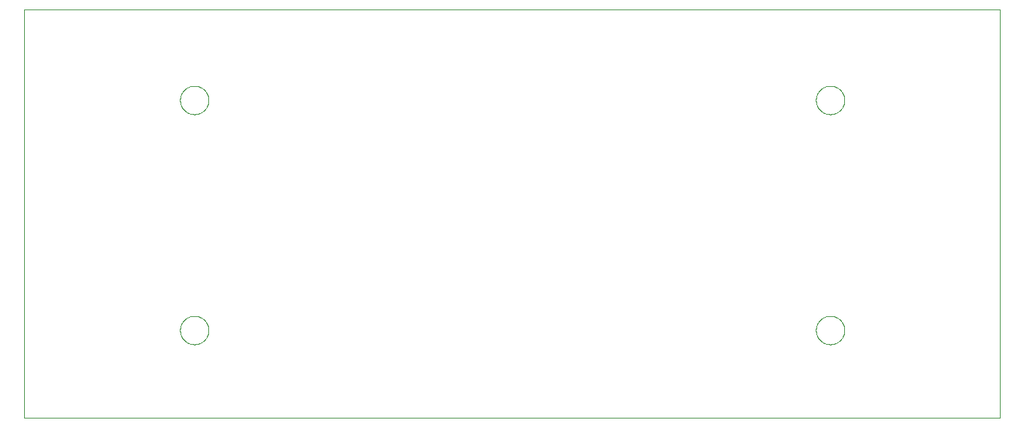
<source format=gtp>
G75*
%MOIN*%
%OFA0B0*%
%FSLAX25Y25*%
%IPPOS*%
%LPD*%
%AMOC8*
5,1,8,0,0,1.08239X$1,22.5*
%
%ADD10C,0.00000*%
D10*
X0001800Y0001800D02*
X0001800Y0188001D01*
X0446721Y0188001D01*
X0446721Y0001800D01*
X0001800Y0001800D01*
X0072800Y0041800D02*
X0072802Y0041961D01*
X0072808Y0042121D01*
X0072818Y0042282D01*
X0072832Y0042442D01*
X0072850Y0042602D01*
X0072871Y0042761D01*
X0072897Y0042920D01*
X0072927Y0043078D01*
X0072960Y0043235D01*
X0072998Y0043392D01*
X0073039Y0043547D01*
X0073084Y0043701D01*
X0073133Y0043854D01*
X0073186Y0044006D01*
X0073242Y0044157D01*
X0073303Y0044306D01*
X0073366Y0044454D01*
X0073434Y0044600D01*
X0073505Y0044744D01*
X0073579Y0044886D01*
X0073657Y0045027D01*
X0073739Y0045165D01*
X0073824Y0045302D01*
X0073912Y0045436D01*
X0074004Y0045568D01*
X0074099Y0045698D01*
X0074197Y0045826D01*
X0074298Y0045951D01*
X0074402Y0046073D01*
X0074509Y0046193D01*
X0074619Y0046310D01*
X0074732Y0046425D01*
X0074848Y0046536D01*
X0074967Y0046645D01*
X0075088Y0046750D01*
X0075212Y0046853D01*
X0075338Y0046953D01*
X0075466Y0047049D01*
X0075597Y0047142D01*
X0075731Y0047232D01*
X0075866Y0047319D01*
X0076004Y0047402D01*
X0076143Y0047482D01*
X0076285Y0047558D01*
X0076428Y0047631D01*
X0076573Y0047700D01*
X0076720Y0047766D01*
X0076868Y0047828D01*
X0077018Y0047886D01*
X0077169Y0047941D01*
X0077322Y0047992D01*
X0077476Y0048039D01*
X0077631Y0048082D01*
X0077787Y0048121D01*
X0077943Y0048157D01*
X0078101Y0048188D01*
X0078259Y0048216D01*
X0078418Y0048240D01*
X0078578Y0048260D01*
X0078738Y0048276D01*
X0078898Y0048288D01*
X0079059Y0048296D01*
X0079220Y0048300D01*
X0079380Y0048300D01*
X0079541Y0048296D01*
X0079702Y0048288D01*
X0079862Y0048276D01*
X0080022Y0048260D01*
X0080182Y0048240D01*
X0080341Y0048216D01*
X0080499Y0048188D01*
X0080657Y0048157D01*
X0080813Y0048121D01*
X0080969Y0048082D01*
X0081124Y0048039D01*
X0081278Y0047992D01*
X0081431Y0047941D01*
X0081582Y0047886D01*
X0081732Y0047828D01*
X0081880Y0047766D01*
X0082027Y0047700D01*
X0082172Y0047631D01*
X0082315Y0047558D01*
X0082457Y0047482D01*
X0082596Y0047402D01*
X0082734Y0047319D01*
X0082869Y0047232D01*
X0083003Y0047142D01*
X0083134Y0047049D01*
X0083262Y0046953D01*
X0083388Y0046853D01*
X0083512Y0046750D01*
X0083633Y0046645D01*
X0083752Y0046536D01*
X0083868Y0046425D01*
X0083981Y0046310D01*
X0084091Y0046193D01*
X0084198Y0046073D01*
X0084302Y0045951D01*
X0084403Y0045826D01*
X0084501Y0045698D01*
X0084596Y0045568D01*
X0084688Y0045436D01*
X0084776Y0045302D01*
X0084861Y0045165D01*
X0084943Y0045027D01*
X0085021Y0044886D01*
X0085095Y0044744D01*
X0085166Y0044600D01*
X0085234Y0044454D01*
X0085297Y0044306D01*
X0085358Y0044157D01*
X0085414Y0044006D01*
X0085467Y0043854D01*
X0085516Y0043701D01*
X0085561Y0043547D01*
X0085602Y0043392D01*
X0085640Y0043235D01*
X0085673Y0043078D01*
X0085703Y0042920D01*
X0085729Y0042761D01*
X0085750Y0042602D01*
X0085768Y0042442D01*
X0085782Y0042282D01*
X0085792Y0042121D01*
X0085798Y0041961D01*
X0085800Y0041800D01*
X0085798Y0041639D01*
X0085792Y0041479D01*
X0085782Y0041318D01*
X0085768Y0041158D01*
X0085750Y0040998D01*
X0085729Y0040839D01*
X0085703Y0040680D01*
X0085673Y0040522D01*
X0085640Y0040365D01*
X0085602Y0040208D01*
X0085561Y0040053D01*
X0085516Y0039899D01*
X0085467Y0039746D01*
X0085414Y0039594D01*
X0085358Y0039443D01*
X0085297Y0039294D01*
X0085234Y0039146D01*
X0085166Y0039000D01*
X0085095Y0038856D01*
X0085021Y0038714D01*
X0084943Y0038573D01*
X0084861Y0038435D01*
X0084776Y0038298D01*
X0084688Y0038164D01*
X0084596Y0038032D01*
X0084501Y0037902D01*
X0084403Y0037774D01*
X0084302Y0037649D01*
X0084198Y0037527D01*
X0084091Y0037407D01*
X0083981Y0037290D01*
X0083868Y0037175D01*
X0083752Y0037064D01*
X0083633Y0036955D01*
X0083512Y0036850D01*
X0083388Y0036747D01*
X0083262Y0036647D01*
X0083134Y0036551D01*
X0083003Y0036458D01*
X0082869Y0036368D01*
X0082734Y0036281D01*
X0082596Y0036198D01*
X0082457Y0036118D01*
X0082315Y0036042D01*
X0082172Y0035969D01*
X0082027Y0035900D01*
X0081880Y0035834D01*
X0081732Y0035772D01*
X0081582Y0035714D01*
X0081431Y0035659D01*
X0081278Y0035608D01*
X0081124Y0035561D01*
X0080969Y0035518D01*
X0080813Y0035479D01*
X0080657Y0035443D01*
X0080499Y0035412D01*
X0080341Y0035384D01*
X0080182Y0035360D01*
X0080022Y0035340D01*
X0079862Y0035324D01*
X0079702Y0035312D01*
X0079541Y0035304D01*
X0079380Y0035300D01*
X0079220Y0035300D01*
X0079059Y0035304D01*
X0078898Y0035312D01*
X0078738Y0035324D01*
X0078578Y0035340D01*
X0078418Y0035360D01*
X0078259Y0035384D01*
X0078101Y0035412D01*
X0077943Y0035443D01*
X0077787Y0035479D01*
X0077631Y0035518D01*
X0077476Y0035561D01*
X0077322Y0035608D01*
X0077169Y0035659D01*
X0077018Y0035714D01*
X0076868Y0035772D01*
X0076720Y0035834D01*
X0076573Y0035900D01*
X0076428Y0035969D01*
X0076285Y0036042D01*
X0076143Y0036118D01*
X0076004Y0036198D01*
X0075866Y0036281D01*
X0075731Y0036368D01*
X0075597Y0036458D01*
X0075466Y0036551D01*
X0075338Y0036647D01*
X0075212Y0036747D01*
X0075088Y0036850D01*
X0074967Y0036955D01*
X0074848Y0037064D01*
X0074732Y0037175D01*
X0074619Y0037290D01*
X0074509Y0037407D01*
X0074402Y0037527D01*
X0074298Y0037649D01*
X0074197Y0037774D01*
X0074099Y0037902D01*
X0074004Y0038032D01*
X0073912Y0038164D01*
X0073824Y0038298D01*
X0073739Y0038435D01*
X0073657Y0038573D01*
X0073579Y0038714D01*
X0073505Y0038856D01*
X0073434Y0039000D01*
X0073366Y0039146D01*
X0073303Y0039294D01*
X0073242Y0039443D01*
X0073186Y0039594D01*
X0073133Y0039746D01*
X0073084Y0039899D01*
X0073039Y0040053D01*
X0072998Y0040208D01*
X0072960Y0040365D01*
X0072927Y0040522D01*
X0072897Y0040680D01*
X0072871Y0040839D01*
X0072850Y0040998D01*
X0072832Y0041158D01*
X0072818Y0041318D01*
X0072808Y0041479D01*
X0072802Y0041639D01*
X0072800Y0041800D01*
X0072800Y0146800D02*
X0072802Y0146961D01*
X0072808Y0147121D01*
X0072818Y0147282D01*
X0072832Y0147442D01*
X0072850Y0147602D01*
X0072871Y0147761D01*
X0072897Y0147920D01*
X0072927Y0148078D01*
X0072960Y0148235D01*
X0072998Y0148392D01*
X0073039Y0148547D01*
X0073084Y0148701D01*
X0073133Y0148854D01*
X0073186Y0149006D01*
X0073242Y0149157D01*
X0073303Y0149306D01*
X0073366Y0149454D01*
X0073434Y0149600D01*
X0073505Y0149744D01*
X0073579Y0149886D01*
X0073657Y0150027D01*
X0073739Y0150165D01*
X0073824Y0150302D01*
X0073912Y0150436D01*
X0074004Y0150568D01*
X0074099Y0150698D01*
X0074197Y0150826D01*
X0074298Y0150951D01*
X0074402Y0151073D01*
X0074509Y0151193D01*
X0074619Y0151310D01*
X0074732Y0151425D01*
X0074848Y0151536D01*
X0074967Y0151645D01*
X0075088Y0151750D01*
X0075212Y0151853D01*
X0075338Y0151953D01*
X0075466Y0152049D01*
X0075597Y0152142D01*
X0075731Y0152232D01*
X0075866Y0152319D01*
X0076004Y0152402D01*
X0076143Y0152482D01*
X0076285Y0152558D01*
X0076428Y0152631D01*
X0076573Y0152700D01*
X0076720Y0152766D01*
X0076868Y0152828D01*
X0077018Y0152886D01*
X0077169Y0152941D01*
X0077322Y0152992D01*
X0077476Y0153039D01*
X0077631Y0153082D01*
X0077787Y0153121D01*
X0077943Y0153157D01*
X0078101Y0153188D01*
X0078259Y0153216D01*
X0078418Y0153240D01*
X0078578Y0153260D01*
X0078738Y0153276D01*
X0078898Y0153288D01*
X0079059Y0153296D01*
X0079220Y0153300D01*
X0079380Y0153300D01*
X0079541Y0153296D01*
X0079702Y0153288D01*
X0079862Y0153276D01*
X0080022Y0153260D01*
X0080182Y0153240D01*
X0080341Y0153216D01*
X0080499Y0153188D01*
X0080657Y0153157D01*
X0080813Y0153121D01*
X0080969Y0153082D01*
X0081124Y0153039D01*
X0081278Y0152992D01*
X0081431Y0152941D01*
X0081582Y0152886D01*
X0081732Y0152828D01*
X0081880Y0152766D01*
X0082027Y0152700D01*
X0082172Y0152631D01*
X0082315Y0152558D01*
X0082457Y0152482D01*
X0082596Y0152402D01*
X0082734Y0152319D01*
X0082869Y0152232D01*
X0083003Y0152142D01*
X0083134Y0152049D01*
X0083262Y0151953D01*
X0083388Y0151853D01*
X0083512Y0151750D01*
X0083633Y0151645D01*
X0083752Y0151536D01*
X0083868Y0151425D01*
X0083981Y0151310D01*
X0084091Y0151193D01*
X0084198Y0151073D01*
X0084302Y0150951D01*
X0084403Y0150826D01*
X0084501Y0150698D01*
X0084596Y0150568D01*
X0084688Y0150436D01*
X0084776Y0150302D01*
X0084861Y0150165D01*
X0084943Y0150027D01*
X0085021Y0149886D01*
X0085095Y0149744D01*
X0085166Y0149600D01*
X0085234Y0149454D01*
X0085297Y0149306D01*
X0085358Y0149157D01*
X0085414Y0149006D01*
X0085467Y0148854D01*
X0085516Y0148701D01*
X0085561Y0148547D01*
X0085602Y0148392D01*
X0085640Y0148235D01*
X0085673Y0148078D01*
X0085703Y0147920D01*
X0085729Y0147761D01*
X0085750Y0147602D01*
X0085768Y0147442D01*
X0085782Y0147282D01*
X0085792Y0147121D01*
X0085798Y0146961D01*
X0085800Y0146800D01*
X0085798Y0146639D01*
X0085792Y0146479D01*
X0085782Y0146318D01*
X0085768Y0146158D01*
X0085750Y0145998D01*
X0085729Y0145839D01*
X0085703Y0145680D01*
X0085673Y0145522D01*
X0085640Y0145365D01*
X0085602Y0145208D01*
X0085561Y0145053D01*
X0085516Y0144899D01*
X0085467Y0144746D01*
X0085414Y0144594D01*
X0085358Y0144443D01*
X0085297Y0144294D01*
X0085234Y0144146D01*
X0085166Y0144000D01*
X0085095Y0143856D01*
X0085021Y0143714D01*
X0084943Y0143573D01*
X0084861Y0143435D01*
X0084776Y0143298D01*
X0084688Y0143164D01*
X0084596Y0143032D01*
X0084501Y0142902D01*
X0084403Y0142774D01*
X0084302Y0142649D01*
X0084198Y0142527D01*
X0084091Y0142407D01*
X0083981Y0142290D01*
X0083868Y0142175D01*
X0083752Y0142064D01*
X0083633Y0141955D01*
X0083512Y0141850D01*
X0083388Y0141747D01*
X0083262Y0141647D01*
X0083134Y0141551D01*
X0083003Y0141458D01*
X0082869Y0141368D01*
X0082734Y0141281D01*
X0082596Y0141198D01*
X0082457Y0141118D01*
X0082315Y0141042D01*
X0082172Y0140969D01*
X0082027Y0140900D01*
X0081880Y0140834D01*
X0081732Y0140772D01*
X0081582Y0140714D01*
X0081431Y0140659D01*
X0081278Y0140608D01*
X0081124Y0140561D01*
X0080969Y0140518D01*
X0080813Y0140479D01*
X0080657Y0140443D01*
X0080499Y0140412D01*
X0080341Y0140384D01*
X0080182Y0140360D01*
X0080022Y0140340D01*
X0079862Y0140324D01*
X0079702Y0140312D01*
X0079541Y0140304D01*
X0079380Y0140300D01*
X0079220Y0140300D01*
X0079059Y0140304D01*
X0078898Y0140312D01*
X0078738Y0140324D01*
X0078578Y0140340D01*
X0078418Y0140360D01*
X0078259Y0140384D01*
X0078101Y0140412D01*
X0077943Y0140443D01*
X0077787Y0140479D01*
X0077631Y0140518D01*
X0077476Y0140561D01*
X0077322Y0140608D01*
X0077169Y0140659D01*
X0077018Y0140714D01*
X0076868Y0140772D01*
X0076720Y0140834D01*
X0076573Y0140900D01*
X0076428Y0140969D01*
X0076285Y0141042D01*
X0076143Y0141118D01*
X0076004Y0141198D01*
X0075866Y0141281D01*
X0075731Y0141368D01*
X0075597Y0141458D01*
X0075466Y0141551D01*
X0075338Y0141647D01*
X0075212Y0141747D01*
X0075088Y0141850D01*
X0074967Y0141955D01*
X0074848Y0142064D01*
X0074732Y0142175D01*
X0074619Y0142290D01*
X0074509Y0142407D01*
X0074402Y0142527D01*
X0074298Y0142649D01*
X0074197Y0142774D01*
X0074099Y0142902D01*
X0074004Y0143032D01*
X0073912Y0143164D01*
X0073824Y0143298D01*
X0073739Y0143435D01*
X0073657Y0143573D01*
X0073579Y0143714D01*
X0073505Y0143856D01*
X0073434Y0144000D01*
X0073366Y0144146D01*
X0073303Y0144294D01*
X0073242Y0144443D01*
X0073186Y0144594D01*
X0073133Y0144746D01*
X0073084Y0144899D01*
X0073039Y0145053D01*
X0072998Y0145208D01*
X0072960Y0145365D01*
X0072927Y0145522D01*
X0072897Y0145680D01*
X0072871Y0145839D01*
X0072850Y0145998D01*
X0072832Y0146158D01*
X0072818Y0146318D01*
X0072808Y0146479D01*
X0072802Y0146639D01*
X0072800Y0146800D01*
X0362800Y0146800D02*
X0362802Y0146961D01*
X0362808Y0147121D01*
X0362818Y0147282D01*
X0362832Y0147442D01*
X0362850Y0147602D01*
X0362871Y0147761D01*
X0362897Y0147920D01*
X0362927Y0148078D01*
X0362960Y0148235D01*
X0362998Y0148392D01*
X0363039Y0148547D01*
X0363084Y0148701D01*
X0363133Y0148854D01*
X0363186Y0149006D01*
X0363242Y0149157D01*
X0363303Y0149306D01*
X0363366Y0149454D01*
X0363434Y0149600D01*
X0363505Y0149744D01*
X0363579Y0149886D01*
X0363657Y0150027D01*
X0363739Y0150165D01*
X0363824Y0150302D01*
X0363912Y0150436D01*
X0364004Y0150568D01*
X0364099Y0150698D01*
X0364197Y0150826D01*
X0364298Y0150951D01*
X0364402Y0151073D01*
X0364509Y0151193D01*
X0364619Y0151310D01*
X0364732Y0151425D01*
X0364848Y0151536D01*
X0364967Y0151645D01*
X0365088Y0151750D01*
X0365212Y0151853D01*
X0365338Y0151953D01*
X0365466Y0152049D01*
X0365597Y0152142D01*
X0365731Y0152232D01*
X0365866Y0152319D01*
X0366004Y0152402D01*
X0366143Y0152482D01*
X0366285Y0152558D01*
X0366428Y0152631D01*
X0366573Y0152700D01*
X0366720Y0152766D01*
X0366868Y0152828D01*
X0367018Y0152886D01*
X0367169Y0152941D01*
X0367322Y0152992D01*
X0367476Y0153039D01*
X0367631Y0153082D01*
X0367787Y0153121D01*
X0367943Y0153157D01*
X0368101Y0153188D01*
X0368259Y0153216D01*
X0368418Y0153240D01*
X0368578Y0153260D01*
X0368738Y0153276D01*
X0368898Y0153288D01*
X0369059Y0153296D01*
X0369220Y0153300D01*
X0369380Y0153300D01*
X0369541Y0153296D01*
X0369702Y0153288D01*
X0369862Y0153276D01*
X0370022Y0153260D01*
X0370182Y0153240D01*
X0370341Y0153216D01*
X0370499Y0153188D01*
X0370657Y0153157D01*
X0370813Y0153121D01*
X0370969Y0153082D01*
X0371124Y0153039D01*
X0371278Y0152992D01*
X0371431Y0152941D01*
X0371582Y0152886D01*
X0371732Y0152828D01*
X0371880Y0152766D01*
X0372027Y0152700D01*
X0372172Y0152631D01*
X0372315Y0152558D01*
X0372457Y0152482D01*
X0372596Y0152402D01*
X0372734Y0152319D01*
X0372869Y0152232D01*
X0373003Y0152142D01*
X0373134Y0152049D01*
X0373262Y0151953D01*
X0373388Y0151853D01*
X0373512Y0151750D01*
X0373633Y0151645D01*
X0373752Y0151536D01*
X0373868Y0151425D01*
X0373981Y0151310D01*
X0374091Y0151193D01*
X0374198Y0151073D01*
X0374302Y0150951D01*
X0374403Y0150826D01*
X0374501Y0150698D01*
X0374596Y0150568D01*
X0374688Y0150436D01*
X0374776Y0150302D01*
X0374861Y0150165D01*
X0374943Y0150027D01*
X0375021Y0149886D01*
X0375095Y0149744D01*
X0375166Y0149600D01*
X0375234Y0149454D01*
X0375297Y0149306D01*
X0375358Y0149157D01*
X0375414Y0149006D01*
X0375467Y0148854D01*
X0375516Y0148701D01*
X0375561Y0148547D01*
X0375602Y0148392D01*
X0375640Y0148235D01*
X0375673Y0148078D01*
X0375703Y0147920D01*
X0375729Y0147761D01*
X0375750Y0147602D01*
X0375768Y0147442D01*
X0375782Y0147282D01*
X0375792Y0147121D01*
X0375798Y0146961D01*
X0375800Y0146800D01*
X0375798Y0146639D01*
X0375792Y0146479D01*
X0375782Y0146318D01*
X0375768Y0146158D01*
X0375750Y0145998D01*
X0375729Y0145839D01*
X0375703Y0145680D01*
X0375673Y0145522D01*
X0375640Y0145365D01*
X0375602Y0145208D01*
X0375561Y0145053D01*
X0375516Y0144899D01*
X0375467Y0144746D01*
X0375414Y0144594D01*
X0375358Y0144443D01*
X0375297Y0144294D01*
X0375234Y0144146D01*
X0375166Y0144000D01*
X0375095Y0143856D01*
X0375021Y0143714D01*
X0374943Y0143573D01*
X0374861Y0143435D01*
X0374776Y0143298D01*
X0374688Y0143164D01*
X0374596Y0143032D01*
X0374501Y0142902D01*
X0374403Y0142774D01*
X0374302Y0142649D01*
X0374198Y0142527D01*
X0374091Y0142407D01*
X0373981Y0142290D01*
X0373868Y0142175D01*
X0373752Y0142064D01*
X0373633Y0141955D01*
X0373512Y0141850D01*
X0373388Y0141747D01*
X0373262Y0141647D01*
X0373134Y0141551D01*
X0373003Y0141458D01*
X0372869Y0141368D01*
X0372734Y0141281D01*
X0372596Y0141198D01*
X0372457Y0141118D01*
X0372315Y0141042D01*
X0372172Y0140969D01*
X0372027Y0140900D01*
X0371880Y0140834D01*
X0371732Y0140772D01*
X0371582Y0140714D01*
X0371431Y0140659D01*
X0371278Y0140608D01*
X0371124Y0140561D01*
X0370969Y0140518D01*
X0370813Y0140479D01*
X0370657Y0140443D01*
X0370499Y0140412D01*
X0370341Y0140384D01*
X0370182Y0140360D01*
X0370022Y0140340D01*
X0369862Y0140324D01*
X0369702Y0140312D01*
X0369541Y0140304D01*
X0369380Y0140300D01*
X0369220Y0140300D01*
X0369059Y0140304D01*
X0368898Y0140312D01*
X0368738Y0140324D01*
X0368578Y0140340D01*
X0368418Y0140360D01*
X0368259Y0140384D01*
X0368101Y0140412D01*
X0367943Y0140443D01*
X0367787Y0140479D01*
X0367631Y0140518D01*
X0367476Y0140561D01*
X0367322Y0140608D01*
X0367169Y0140659D01*
X0367018Y0140714D01*
X0366868Y0140772D01*
X0366720Y0140834D01*
X0366573Y0140900D01*
X0366428Y0140969D01*
X0366285Y0141042D01*
X0366143Y0141118D01*
X0366004Y0141198D01*
X0365866Y0141281D01*
X0365731Y0141368D01*
X0365597Y0141458D01*
X0365466Y0141551D01*
X0365338Y0141647D01*
X0365212Y0141747D01*
X0365088Y0141850D01*
X0364967Y0141955D01*
X0364848Y0142064D01*
X0364732Y0142175D01*
X0364619Y0142290D01*
X0364509Y0142407D01*
X0364402Y0142527D01*
X0364298Y0142649D01*
X0364197Y0142774D01*
X0364099Y0142902D01*
X0364004Y0143032D01*
X0363912Y0143164D01*
X0363824Y0143298D01*
X0363739Y0143435D01*
X0363657Y0143573D01*
X0363579Y0143714D01*
X0363505Y0143856D01*
X0363434Y0144000D01*
X0363366Y0144146D01*
X0363303Y0144294D01*
X0363242Y0144443D01*
X0363186Y0144594D01*
X0363133Y0144746D01*
X0363084Y0144899D01*
X0363039Y0145053D01*
X0362998Y0145208D01*
X0362960Y0145365D01*
X0362927Y0145522D01*
X0362897Y0145680D01*
X0362871Y0145839D01*
X0362850Y0145998D01*
X0362832Y0146158D01*
X0362818Y0146318D01*
X0362808Y0146479D01*
X0362802Y0146639D01*
X0362800Y0146800D01*
X0362800Y0041800D02*
X0362802Y0041961D01*
X0362808Y0042121D01*
X0362818Y0042282D01*
X0362832Y0042442D01*
X0362850Y0042602D01*
X0362871Y0042761D01*
X0362897Y0042920D01*
X0362927Y0043078D01*
X0362960Y0043235D01*
X0362998Y0043392D01*
X0363039Y0043547D01*
X0363084Y0043701D01*
X0363133Y0043854D01*
X0363186Y0044006D01*
X0363242Y0044157D01*
X0363303Y0044306D01*
X0363366Y0044454D01*
X0363434Y0044600D01*
X0363505Y0044744D01*
X0363579Y0044886D01*
X0363657Y0045027D01*
X0363739Y0045165D01*
X0363824Y0045302D01*
X0363912Y0045436D01*
X0364004Y0045568D01*
X0364099Y0045698D01*
X0364197Y0045826D01*
X0364298Y0045951D01*
X0364402Y0046073D01*
X0364509Y0046193D01*
X0364619Y0046310D01*
X0364732Y0046425D01*
X0364848Y0046536D01*
X0364967Y0046645D01*
X0365088Y0046750D01*
X0365212Y0046853D01*
X0365338Y0046953D01*
X0365466Y0047049D01*
X0365597Y0047142D01*
X0365731Y0047232D01*
X0365866Y0047319D01*
X0366004Y0047402D01*
X0366143Y0047482D01*
X0366285Y0047558D01*
X0366428Y0047631D01*
X0366573Y0047700D01*
X0366720Y0047766D01*
X0366868Y0047828D01*
X0367018Y0047886D01*
X0367169Y0047941D01*
X0367322Y0047992D01*
X0367476Y0048039D01*
X0367631Y0048082D01*
X0367787Y0048121D01*
X0367943Y0048157D01*
X0368101Y0048188D01*
X0368259Y0048216D01*
X0368418Y0048240D01*
X0368578Y0048260D01*
X0368738Y0048276D01*
X0368898Y0048288D01*
X0369059Y0048296D01*
X0369220Y0048300D01*
X0369380Y0048300D01*
X0369541Y0048296D01*
X0369702Y0048288D01*
X0369862Y0048276D01*
X0370022Y0048260D01*
X0370182Y0048240D01*
X0370341Y0048216D01*
X0370499Y0048188D01*
X0370657Y0048157D01*
X0370813Y0048121D01*
X0370969Y0048082D01*
X0371124Y0048039D01*
X0371278Y0047992D01*
X0371431Y0047941D01*
X0371582Y0047886D01*
X0371732Y0047828D01*
X0371880Y0047766D01*
X0372027Y0047700D01*
X0372172Y0047631D01*
X0372315Y0047558D01*
X0372457Y0047482D01*
X0372596Y0047402D01*
X0372734Y0047319D01*
X0372869Y0047232D01*
X0373003Y0047142D01*
X0373134Y0047049D01*
X0373262Y0046953D01*
X0373388Y0046853D01*
X0373512Y0046750D01*
X0373633Y0046645D01*
X0373752Y0046536D01*
X0373868Y0046425D01*
X0373981Y0046310D01*
X0374091Y0046193D01*
X0374198Y0046073D01*
X0374302Y0045951D01*
X0374403Y0045826D01*
X0374501Y0045698D01*
X0374596Y0045568D01*
X0374688Y0045436D01*
X0374776Y0045302D01*
X0374861Y0045165D01*
X0374943Y0045027D01*
X0375021Y0044886D01*
X0375095Y0044744D01*
X0375166Y0044600D01*
X0375234Y0044454D01*
X0375297Y0044306D01*
X0375358Y0044157D01*
X0375414Y0044006D01*
X0375467Y0043854D01*
X0375516Y0043701D01*
X0375561Y0043547D01*
X0375602Y0043392D01*
X0375640Y0043235D01*
X0375673Y0043078D01*
X0375703Y0042920D01*
X0375729Y0042761D01*
X0375750Y0042602D01*
X0375768Y0042442D01*
X0375782Y0042282D01*
X0375792Y0042121D01*
X0375798Y0041961D01*
X0375800Y0041800D01*
X0375798Y0041639D01*
X0375792Y0041479D01*
X0375782Y0041318D01*
X0375768Y0041158D01*
X0375750Y0040998D01*
X0375729Y0040839D01*
X0375703Y0040680D01*
X0375673Y0040522D01*
X0375640Y0040365D01*
X0375602Y0040208D01*
X0375561Y0040053D01*
X0375516Y0039899D01*
X0375467Y0039746D01*
X0375414Y0039594D01*
X0375358Y0039443D01*
X0375297Y0039294D01*
X0375234Y0039146D01*
X0375166Y0039000D01*
X0375095Y0038856D01*
X0375021Y0038714D01*
X0374943Y0038573D01*
X0374861Y0038435D01*
X0374776Y0038298D01*
X0374688Y0038164D01*
X0374596Y0038032D01*
X0374501Y0037902D01*
X0374403Y0037774D01*
X0374302Y0037649D01*
X0374198Y0037527D01*
X0374091Y0037407D01*
X0373981Y0037290D01*
X0373868Y0037175D01*
X0373752Y0037064D01*
X0373633Y0036955D01*
X0373512Y0036850D01*
X0373388Y0036747D01*
X0373262Y0036647D01*
X0373134Y0036551D01*
X0373003Y0036458D01*
X0372869Y0036368D01*
X0372734Y0036281D01*
X0372596Y0036198D01*
X0372457Y0036118D01*
X0372315Y0036042D01*
X0372172Y0035969D01*
X0372027Y0035900D01*
X0371880Y0035834D01*
X0371732Y0035772D01*
X0371582Y0035714D01*
X0371431Y0035659D01*
X0371278Y0035608D01*
X0371124Y0035561D01*
X0370969Y0035518D01*
X0370813Y0035479D01*
X0370657Y0035443D01*
X0370499Y0035412D01*
X0370341Y0035384D01*
X0370182Y0035360D01*
X0370022Y0035340D01*
X0369862Y0035324D01*
X0369702Y0035312D01*
X0369541Y0035304D01*
X0369380Y0035300D01*
X0369220Y0035300D01*
X0369059Y0035304D01*
X0368898Y0035312D01*
X0368738Y0035324D01*
X0368578Y0035340D01*
X0368418Y0035360D01*
X0368259Y0035384D01*
X0368101Y0035412D01*
X0367943Y0035443D01*
X0367787Y0035479D01*
X0367631Y0035518D01*
X0367476Y0035561D01*
X0367322Y0035608D01*
X0367169Y0035659D01*
X0367018Y0035714D01*
X0366868Y0035772D01*
X0366720Y0035834D01*
X0366573Y0035900D01*
X0366428Y0035969D01*
X0366285Y0036042D01*
X0366143Y0036118D01*
X0366004Y0036198D01*
X0365866Y0036281D01*
X0365731Y0036368D01*
X0365597Y0036458D01*
X0365466Y0036551D01*
X0365338Y0036647D01*
X0365212Y0036747D01*
X0365088Y0036850D01*
X0364967Y0036955D01*
X0364848Y0037064D01*
X0364732Y0037175D01*
X0364619Y0037290D01*
X0364509Y0037407D01*
X0364402Y0037527D01*
X0364298Y0037649D01*
X0364197Y0037774D01*
X0364099Y0037902D01*
X0364004Y0038032D01*
X0363912Y0038164D01*
X0363824Y0038298D01*
X0363739Y0038435D01*
X0363657Y0038573D01*
X0363579Y0038714D01*
X0363505Y0038856D01*
X0363434Y0039000D01*
X0363366Y0039146D01*
X0363303Y0039294D01*
X0363242Y0039443D01*
X0363186Y0039594D01*
X0363133Y0039746D01*
X0363084Y0039899D01*
X0363039Y0040053D01*
X0362998Y0040208D01*
X0362960Y0040365D01*
X0362927Y0040522D01*
X0362897Y0040680D01*
X0362871Y0040839D01*
X0362850Y0040998D01*
X0362832Y0041158D01*
X0362818Y0041318D01*
X0362808Y0041479D01*
X0362802Y0041639D01*
X0362800Y0041800D01*
M02*

</source>
